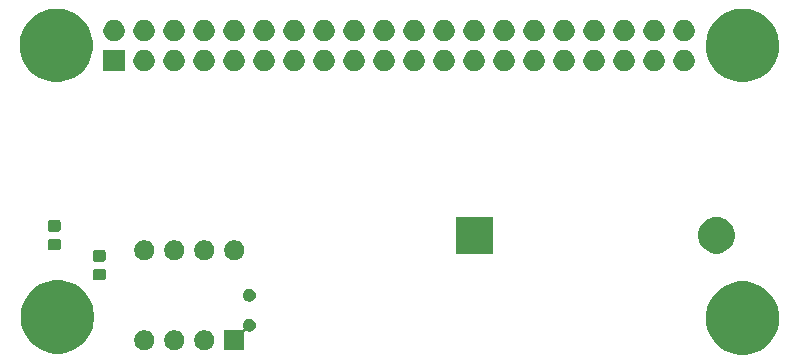
<source format=gbr>
G04 #@! TF.GenerationSoftware,KiCad,Pcbnew,5.1.6-c6e7f7d~87~ubuntu18.04.1*
G04 #@! TF.CreationDate,2020-07-17T19:47:34-05:00*
G04 #@! TF.ProjectId,relojBin,72656c6f-6a42-4696-9e2e-6b696361645f,1.0.8*
G04 #@! TF.SameCoordinates,Original*
G04 #@! TF.FileFunction,Soldermask,Bot*
G04 #@! TF.FilePolarity,Negative*
%FSLAX46Y46*%
G04 Gerber Fmt 4.6, Leading zero omitted, Abs format (unit mm)*
G04 Created by KiCad (PCBNEW 5.1.6-c6e7f7d~87~ubuntu18.04.1) date 2020-07-17 19:47:34*
%MOMM*%
%LPD*%
G01*
G04 APERTURE LIST*
%ADD10C,0.100000*%
G04 APERTURE END LIST*
D10*
G36*
X112204780Y-72559565D02*
G01*
X112504237Y-72619131D01*
X113068401Y-72852815D01*
X113576135Y-73192072D01*
X114007928Y-73623865D01*
X114347185Y-74131599D01*
X114580869Y-74695763D01*
X114580869Y-74695765D01*
X114700000Y-75294675D01*
X114700000Y-75905325D01*
X114673355Y-76039279D01*
X114580869Y-76504237D01*
X114347185Y-77068401D01*
X114007928Y-77576135D01*
X113576135Y-78007928D01*
X113068401Y-78347185D01*
X112504237Y-78580869D01*
X112204780Y-78640434D01*
X111905325Y-78700000D01*
X111294675Y-78700000D01*
X110995220Y-78640434D01*
X110695763Y-78580869D01*
X110131599Y-78347185D01*
X109623865Y-78007928D01*
X109192072Y-77576135D01*
X108852815Y-77068401D01*
X108619131Y-76504237D01*
X108526645Y-76039279D01*
X108500000Y-75905325D01*
X108500000Y-75294675D01*
X108619131Y-74695765D01*
X108619131Y-74695763D01*
X108852815Y-74131599D01*
X109192072Y-73623865D01*
X109623865Y-73192072D01*
X110131599Y-72852815D01*
X110695763Y-72619131D01*
X110995220Y-72559565D01*
X111294675Y-72500000D01*
X111905325Y-72500000D01*
X112204780Y-72559565D01*
G37*
G36*
X54204780Y-72459566D02*
G01*
X54504237Y-72519131D01*
X55068401Y-72752815D01*
X55576135Y-73092072D01*
X56007928Y-73523865D01*
X56347185Y-74031599D01*
X56580869Y-74595763D01*
X56640435Y-74895220D01*
X56700000Y-75194675D01*
X56700000Y-75805325D01*
X56640434Y-76104780D01*
X56580869Y-76404237D01*
X56347185Y-76968401D01*
X56007928Y-77476135D01*
X55576135Y-77907928D01*
X55068401Y-78247185D01*
X54504237Y-78480869D01*
X54204780Y-78540434D01*
X53905325Y-78600000D01*
X53294675Y-78600000D01*
X52995220Y-78540434D01*
X52695763Y-78480869D01*
X52131599Y-78247185D01*
X51623865Y-77907928D01*
X51192072Y-77476135D01*
X50852815Y-76968401D01*
X50619131Y-76404237D01*
X50559566Y-76104780D01*
X50500000Y-75805325D01*
X50500000Y-75194675D01*
X50559565Y-74895220D01*
X50619131Y-74595763D01*
X50852815Y-74031599D01*
X51192072Y-73523865D01*
X51623865Y-73092072D01*
X52131599Y-72752815D01*
X52695763Y-72519131D01*
X52995220Y-72459566D01*
X53294675Y-72400000D01*
X53905325Y-72400000D01*
X54204780Y-72459566D01*
G37*
G36*
X63748228Y-76651703D02*
G01*
X63903100Y-76715853D01*
X64042481Y-76808985D01*
X64161015Y-76927519D01*
X64254147Y-77066900D01*
X64318297Y-77221772D01*
X64351000Y-77386184D01*
X64351000Y-77553816D01*
X64318297Y-77718228D01*
X64254147Y-77873100D01*
X64161015Y-78012481D01*
X64042481Y-78131015D01*
X63903100Y-78224147D01*
X63748228Y-78288297D01*
X63583816Y-78321000D01*
X63416184Y-78321000D01*
X63251772Y-78288297D01*
X63096900Y-78224147D01*
X62957519Y-78131015D01*
X62838985Y-78012481D01*
X62745853Y-77873100D01*
X62681703Y-77718228D01*
X62649000Y-77553816D01*
X62649000Y-77386184D01*
X62681703Y-77221772D01*
X62745853Y-77066900D01*
X62838985Y-76927519D01*
X62957519Y-76808985D01*
X63096900Y-76715853D01*
X63251772Y-76651703D01*
X63416184Y-76619000D01*
X63583816Y-76619000D01*
X63748228Y-76651703D01*
G37*
G36*
X61208228Y-76651703D02*
G01*
X61363100Y-76715853D01*
X61502481Y-76808985D01*
X61621015Y-76927519D01*
X61714147Y-77066900D01*
X61778297Y-77221772D01*
X61811000Y-77386184D01*
X61811000Y-77553816D01*
X61778297Y-77718228D01*
X61714147Y-77873100D01*
X61621015Y-78012481D01*
X61502481Y-78131015D01*
X61363100Y-78224147D01*
X61208228Y-78288297D01*
X61043816Y-78321000D01*
X60876184Y-78321000D01*
X60711772Y-78288297D01*
X60556900Y-78224147D01*
X60417519Y-78131015D01*
X60298985Y-78012481D01*
X60205853Y-77873100D01*
X60141703Y-77718228D01*
X60109000Y-77553816D01*
X60109000Y-77386184D01*
X60141703Y-77221772D01*
X60205853Y-77066900D01*
X60298985Y-76927519D01*
X60417519Y-76808985D01*
X60556900Y-76715853D01*
X60711772Y-76651703D01*
X60876184Y-76619000D01*
X61043816Y-76619000D01*
X61208228Y-76651703D01*
G37*
G36*
X70010721Y-75670174D02*
G01*
X70110995Y-75711709D01*
X70110996Y-75711710D01*
X70201242Y-75772010D01*
X70277990Y-75848758D01*
X70277991Y-75848760D01*
X70338291Y-75939005D01*
X70379826Y-76039279D01*
X70401000Y-76145730D01*
X70401000Y-76254270D01*
X70379826Y-76360721D01*
X70338291Y-76460995D01*
X70338290Y-76460996D01*
X70277990Y-76551242D01*
X70201242Y-76627990D01*
X70165753Y-76651703D01*
X70110995Y-76688291D01*
X70010721Y-76729826D01*
X69904270Y-76751000D01*
X69795730Y-76751000D01*
X69689280Y-76729826D01*
X69603834Y-76694433D01*
X69580385Y-76687320D01*
X69555999Y-76684918D01*
X69531613Y-76687320D01*
X69508164Y-76694433D01*
X69486554Y-76705984D01*
X69467612Y-76721529D01*
X69452066Y-76740471D01*
X69440515Y-76762082D01*
X69433402Y-76785531D01*
X69431000Y-76809917D01*
X69431000Y-78321000D01*
X67729000Y-78321000D01*
X67729000Y-76619000D01*
X69240083Y-76619000D01*
X69264469Y-76616598D01*
X69287918Y-76609485D01*
X69309529Y-76597934D01*
X69328471Y-76582389D01*
X69344016Y-76563447D01*
X69355567Y-76541836D01*
X69362680Y-76518387D01*
X69365082Y-76494001D01*
X69362680Y-76469615D01*
X69355567Y-76446166D01*
X69320174Y-76360720D01*
X69299000Y-76254270D01*
X69299000Y-76145730D01*
X69320174Y-76039279D01*
X69361709Y-75939005D01*
X69422009Y-75848760D01*
X69422010Y-75848758D01*
X69498758Y-75772010D01*
X69589004Y-75711710D01*
X69589005Y-75711709D01*
X69689279Y-75670174D01*
X69795730Y-75649000D01*
X69904270Y-75649000D01*
X70010721Y-75670174D01*
G37*
G36*
X66288228Y-76651703D02*
G01*
X66443100Y-76715853D01*
X66582481Y-76808985D01*
X66701015Y-76927519D01*
X66794147Y-77066900D01*
X66858297Y-77221772D01*
X66891000Y-77386184D01*
X66891000Y-77553816D01*
X66858297Y-77718228D01*
X66794147Y-77873100D01*
X66701015Y-78012481D01*
X66582481Y-78131015D01*
X66443100Y-78224147D01*
X66288228Y-78288297D01*
X66123816Y-78321000D01*
X65956184Y-78321000D01*
X65791772Y-78288297D01*
X65636900Y-78224147D01*
X65497519Y-78131015D01*
X65378985Y-78012481D01*
X65285853Y-77873100D01*
X65221703Y-77718228D01*
X65189000Y-77553816D01*
X65189000Y-77386184D01*
X65221703Y-77221772D01*
X65285853Y-77066900D01*
X65378985Y-76927519D01*
X65497519Y-76808985D01*
X65636900Y-76715853D01*
X65791772Y-76651703D01*
X65956184Y-76619000D01*
X66123816Y-76619000D01*
X66288228Y-76651703D01*
G37*
G36*
X70010721Y-73130174D02*
G01*
X70110995Y-73171709D01*
X70110996Y-73171710D01*
X70201242Y-73232010D01*
X70277990Y-73308758D01*
X70277991Y-73308760D01*
X70338291Y-73399005D01*
X70379826Y-73499279D01*
X70401000Y-73605730D01*
X70401000Y-73714270D01*
X70379826Y-73820721D01*
X70338291Y-73920995D01*
X70338290Y-73920996D01*
X70277990Y-74011242D01*
X70201242Y-74087990D01*
X70155812Y-74118345D01*
X70110995Y-74148291D01*
X70010721Y-74189826D01*
X69904270Y-74211000D01*
X69795730Y-74211000D01*
X69689279Y-74189826D01*
X69589005Y-74148291D01*
X69544188Y-74118345D01*
X69498758Y-74087990D01*
X69422010Y-74011242D01*
X69361710Y-73920996D01*
X69361709Y-73920995D01*
X69320174Y-73820721D01*
X69299000Y-73714270D01*
X69299000Y-73605730D01*
X69320174Y-73499279D01*
X69361709Y-73399005D01*
X69422009Y-73308760D01*
X69422010Y-73308758D01*
X69498758Y-73232010D01*
X69589004Y-73171710D01*
X69589005Y-73171709D01*
X69689279Y-73130174D01*
X69795730Y-73109000D01*
X69904270Y-73109000D01*
X70010721Y-73130174D01*
G37*
G36*
X57529591Y-71423085D02*
G01*
X57563569Y-71433393D01*
X57594890Y-71450134D01*
X57622339Y-71472661D01*
X57644866Y-71500110D01*
X57661607Y-71531431D01*
X57671915Y-71565409D01*
X57676000Y-71606890D01*
X57676000Y-72208110D01*
X57671915Y-72249591D01*
X57661607Y-72283569D01*
X57644866Y-72314890D01*
X57622339Y-72342339D01*
X57594890Y-72364866D01*
X57563569Y-72381607D01*
X57529591Y-72391915D01*
X57488110Y-72396000D01*
X56811890Y-72396000D01*
X56770409Y-72391915D01*
X56736431Y-72381607D01*
X56705110Y-72364866D01*
X56677661Y-72342339D01*
X56655134Y-72314890D01*
X56638393Y-72283569D01*
X56628085Y-72249591D01*
X56624000Y-72208110D01*
X56624000Y-71606890D01*
X56628085Y-71565409D01*
X56638393Y-71531431D01*
X56655134Y-71500110D01*
X56677661Y-71472661D01*
X56705110Y-71450134D01*
X56736431Y-71433393D01*
X56770409Y-71423085D01*
X56811890Y-71419000D01*
X57488110Y-71419000D01*
X57529591Y-71423085D01*
G37*
G36*
X57529591Y-69848085D02*
G01*
X57563569Y-69858393D01*
X57594890Y-69875134D01*
X57622339Y-69897661D01*
X57644866Y-69925110D01*
X57661607Y-69956431D01*
X57671915Y-69990409D01*
X57676000Y-70031890D01*
X57676000Y-70633110D01*
X57671915Y-70674591D01*
X57661607Y-70708569D01*
X57644866Y-70739890D01*
X57622339Y-70767339D01*
X57594890Y-70789866D01*
X57563569Y-70806607D01*
X57529591Y-70816915D01*
X57488110Y-70821000D01*
X56811890Y-70821000D01*
X56770409Y-70816915D01*
X56736431Y-70806607D01*
X56705110Y-70789866D01*
X56677661Y-70767339D01*
X56655134Y-70739890D01*
X56638393Y-70708569D01*
X56628085Y-70674591D01*
X56624000Y-70633110D01*
X56624000Y-70031890D01*
X56628085Y-69990409D01*
X56638393Y-69956431D01*
X56655134Y-69925110D01*
X56677661Y-69897661D01*
X56705110Y-69875134D01*
X56736431Y-69858393D01*
X56770409Y-69848085D01*
X56811890Y-69844000D01*
X57488110Y-69844000D01*
X57529591Y-69848085D01*
G37*
G36*
X66288228Y-69031703D02*
G01*
X66443100Y-69095853D01*
X66582481Y-69188985D01*
X66701015Y-69307519D01*
X66794147Y-69446900D01*
X66858297Y-69601772D01*
X66891000Y-69766184D01*
X66891000Y-69933816D01*
X66858297Y-70098228D01*
X66794147Y-70253100D01*
X66701015Y-70392481D01*
X66582481Y-70511015D01*
X66443100Y-70604147D01*
X66288228Y-70668297D01*
X66123816Y-70701000D01*
X65956184Y-70701000D01*
X65791772Y-70668297D01*
X65636900Y-70604147D01*
X65497519Y-70511015D01*
X65378985Y-70392481D01*
X65285853Y-70253100D01*
X65221703Y-70098228D01*
X65189000Y-69933816D01*
X65189000Y-69766184D01*
X65221703Y-69601772D01*
X65285853Y-69446900D01*
X65378985Y-69307519D01*
X65497519Y-69188985D01*
X65636900Y-69095853D01*
X65791772Y-69031703D01*
X65956184Y-68999000D01*
X66123816Y-68999000D01*
X66288228Y-69031703D01*
G37*
G36*
X68828228Y-69031703D02*
G01*
X68983100Y-69095853D01*
X69122481Y-69188985D01*
X69241015Y-69307519D01*
X69334147Y-69446900D01*
X69398297Y-69601772D01*
X69431000Y-69766184D01*
X69431000Y-69933816D01*
X69398297Y-70098228D01*
X69334147Y-70253100D01*
X69241015Y-70392481D01*
X69122481Y-70511015D01*
X68983100Y-70604147D01*
X68828228Y-70668297D01*
X68663816Y-70701000D01*
X68496184Y-70701000D01*
X68331772Y-70668297D01*
X68176900Y-70604147D01*
X68037519Y-70511015D01*
X67918985Y-70392481D01*
X67825853Y-70253100D01*
X67761703Y-70098228D01*
X67729000Y-69933816D01*
X67729000Y-69766184D01*
X67761703Y-69601772D01*
X67825853Y-69446900D01*
X67918985Y-69307519D01*
X68037519Y-69188985D01*
X68176900Y-69095853D01*
X68331772Y-69031703D01*
X68496184Y-68999000D01*
X68663816Y-68999000D01*
X68828228Y-69031703D01*
G37*
G36*
X61208228Y-69031703D02*
G01*
X61363100Y-69095853D01*
X61502481Y-69188985D01*
X61621015Y-69307519D01*
X61714147Y-69446900D01*
X61778297Y-69601772D01*
X61811000Y-69766184D01*
X61811000Y-69933816D01*
X61778297Y-70098228D01*
X61714147Y-70253100D01*
X61621015Y-70392481D01*
X61502481Y-70511015D01*
X61363100Y-70604147D01*
X61208228Y-70668297D01*
X61043816Y-70701000D01*
X60876184Y-70701000D01*
X60711772Y-70668297D01*
X60556900Y-70604147D01*
X60417519Y-70511015D01*
X60298985Y-70392481D01*
X60205853Y-70253100D01*
X60141703Y-70098228D01*
X60109000Y-69933816D01*
X60109000Y-69766184D01*
X60141703Y-69601772D01*
X60205853Y-69446900D01*
X60298985Y-69307519D01*
X60417519Y-69188985D01*
X60556900Y-69095853D01*
X60711772Y-69031703D01*
X60876184Y-68999000D01*
X61043816Y-68999000D01*
X61208228Y-69031703D01*
G37*
G36*
X63748228Y-69031703D02*
G01*
X63903100Y-69095853D01*
X64042481Y-69188985D01*
X64161015Y-69307519D01*
X64254147Y-69446900D01*
X64318297Y-69601772D01*
X64351000Y-69766184D01*
X64351000Y-69933816D01*
X64318297Y-70098228D01*
X64254147Y-70253100D01*
X64161015Y-70392481D01*
X64042481Y-70511015D01*
X63903100Y-70604147D01*
X63748228Y-70668297D01*
X63583816Y-70701000D01*
X63416184Y-70701000D01*
X63251772Y-70668297D01*
X63096900Y-70604147D01*
X62957519Y-70511015D01*
X62838985Y-70392481D01*
X62745853Y-70253100D01*
X62681703Y-70098228D01*
X62649000Y-69933816D01*
X62649000Y-69766184D01*
X62681703Y-69601772D01*
X62745853Y-69446900D01*
X62838985Y-69307519D01*
X62957519Y-69188985D01*
X63096900Y-69095853D01*
X63251772Y-69031703D01*
X63416184Y-68999000D01*
X63583816Y-68999000D01*
X63748228Y-69031703D01*
G37*
G36*
X109692585Y-67058802D02*
G01*
X109842410Y-67088604D01*
X110124674Y-67205521D01*
X110378705Y-67375259D01*
X110594741Y-67591295D01*
X110764479Y-67845326D01*
X110881396Y-68127590D01*
X110941000Y-68427240D01*
X110941000Y-68732760D01*
X110881396Y-69032410D01*
X110764479Y-69314674D01*
X110594741Y-69568705D01*
X110378705Y-69784741D01*
X110124674Y-69954479D01*
X109842410Y-70071396D01*
X109757679Y-70088250D01*
X109542761Y-70131000D01*
X109237239Y-70131000D01*
X109022321Y-70088250D01*
X108937590Y-70071396D01*
X108655326Y-69954479D01*
X108401295Y-69784741D01*
X108185259Y-69568705D01*
X108015521Y-69314674D01*
X107898604Y-69032410D01*
X107839000Y-68732760D01*
X107839000Y-68427240D01*
X107898604Y-68127590D01*
X108015521Y-67845326D01*
X108185259Y-67591295D01*
X108401295Y-67375259D01*
X108655326Y-67205521D01*
X108937590Y-67088604D01*
X109087415Y-67058802D01*
X109237239Y-67029000D01*
X109542761Y-67029000D01*
X109692585Y-67058802D01*
G37*
G36*
X90451000Y-70131000D02*
G01*
X87349000Y-70131000D01*
X87349000Y-67029000D01*
X90451000Y-67029000D01*
X90451000Y-70131000D01*
G37*
G36*
X53719591Y-68883085D02*
G01*
X53753569Y-68893393D01*
X53784890Y-68910134D01*
X53812339Y-68932661D01*
X53834866Y-68960110D01*
X53851607Y-68991431D01*
X53861915Y-69025409D01*
X53866000Y-69066890D01*
X53866000Y-69668110D01*
X53861915Y-69709591D01*
X53851607Y-69743569D01*
X53834866Y-69774890D01*
X53812339Y-69802339D01*
X53784890Y-69824866D01*
X53753569Y-69841607D01*
X53719591Y-69851915D01*
X53678110Y-69856000D01*
X53001890Y-69856000D01*
X52960409Y-69851915D01*
X52926431Y-69841607D01*
X52895110Y-69824866D01*
X52867661Y-69802339D01*
X52845134Y-69774890D01*
X52828393Y-69743569D01*
X52818085Y-69709591D01*
X52814000Y-69668110D01*
X52814000Y-69066890D01*
X52818085Y-69025409D01*
X52828393Y-68991431D01*
X52845134Y-68960110D01*
X52867661Y-68932661D01*
X52895110Y-68910134D01*
X52926431Y-68893393D01*
X52960409Y-68883085D01*
X53001890Y-68879000D01*
X53678110Y-68879000D01*
X53719591Y-68883085D01*
G37*
G36*
X53719591Y-67308085D02*
G01*
X53753569Y-67318393D01*
X53784890Y-67335134D01*
X53812339Y-67357661D01*
X53834866Y-67385110D01*
X53851607Y-67416431D01*
X53861915Y-67450409D01*
X53866000Y-67491890D01*
X53866000Y-68093110D01*
X53861915Y-68134591D01*
X53851607Y-68168569D01*
X53834866Y-68199890D01*
X53812339Y-68227339D01*
X53784890Y-68249866D01*
X53753569Y-68266607D01*
X53719591Y-68276915D01*
X53678110Y-68281000D01*
X53001890Y-68281000D01*
X52960409Y-68276915D01*
X52926431Y-68266607D01*
X52895110Y-68249866D01*
X52867661Y-68227339D01*
X52845134Y-68199890D01*
X52828393Y-68168569D01*
X52818085Y-68134591D01*
X52814000Y-68093110D01*
X52814000Y-67491890D01*
X52818085Y-67450409D01*
X52828393Y-67416431D01*
X52845134Y-67385110D01*
X52867661Y-67357661D01*
X52895110Y-67335134D01*
X52926431Y-67318393D01*
X52960409Y-67308085D01*
X53001890Y-67304000D01*
X53678110Y-67304000D01*
X53719591Y-67308085D01*
G37*
G36*
X112204780Y-49459566D02*
G01*
X112504237Y-49519131D01*
X113068401Y-49752815D01*
X113576135Y-50092072D01*
X114007928Y-50523865D01*
X114347185Y-51031599D01*
X114580869Y-51595763D01*
X114640434Y-51895220D01*
X114700000Y-52194675D01*
X114700000Y-52805325D01*
X114674479Y-52933625D01*
X114580869Y-53404237D01*
X114347185Y-53968401D01*
X114007928Y-54476135D01*
X113576135Y-54907928D01*
X113068401Y-55247185D01*
X112504237Y-55480869D01*
X112204780Y-55540434D01*
X111905325Y-55600000D01*
X111294675Y-55600000D01*
X110995220Y-55540434D01*
X110695763Y-55480869D01*
X110131599Y-55247185D01*
X109623865Y-54907928D01*
X109192072Y-54476135D01*
X108852815Y-53968401D01*
X108619131Y-53404237D01*
X108525521Y-52933625D01*
X108500000Y-52805325D01*
X108500000Y-52194675D01*
X108559566Y-51895220D01*
X108619131Y-51595763D01*
X108852815Y-51031599D01*
X109192072Y-50523865D01*
X109623865Y-50092072D01*
X110131599Y-49752815D01*
X110695763Y-49519131D01*
X110995220Y-49459566D01*
X111294675Y-49400000D01*
X111905325Y-49400000D01*
X112204780Y-49459566D01*
G37*
G36*
X54104780Y-49459566D02*
G01*
X54404237Y-49519131D01*
X54968401Y-49752815D01*
X55476135Y-50092072D01*
X55907928Y-50523865D01*
X56247185Y-51031599D01*
X56480869Y-51595763D01*
X56540435Y-51895220D01*
X56600000Y-52194675D01*
X56600000Y-52805325D01*
X56574479Y-52933625D01*
X56480869Y-53404237D01*
X56247185Y-53968401D01*
X55907928Y-54476135D01*
X55476135Y-54907928D01*
X54968401Y-55247185D01*
X54404237Y-55480869D01*
X54104780Y-55540434D01*
X53805325Y-55600000D01*
X53194675Y-55600000D01*
X52895220Y-55540434D01*
X52595763Y-55480869D01*
X52031599Y-55247185D01*
X51523865Y-54907928D01*
X51092072Y-54476135D01*
X50752815Y-53968401D01*
X50519131Y-53404237D01*
X50425521Y-52933625D01*
X50400000Y-52805325D01*
X50400000Y-52194675D01*
X50459565Y-51895220D01*
X50519131Y-51595763D01*
X50752815Y-51031599D01*
X51092072Y-50523865D01*
X51523865Y-50092072D01*
X52031599Y-49752815D01*
X52595763Y-49519131D01*
X52895220Y-49459566D01*
X53194675Y-49400000D01*
X53805325Y-49400000D01*
X54104780Y-49459566D01*
G37*
G36*
X104233512Y-52903927D02*
G01*
X104382812Y-52933624D01*
X104546784Y-53001544D01*
X104694354Y-53100147D01*
X104819853Y-53225646D01*
X104918456Y-53373216D01*
X104986376Y-53537188D01*
X105021000Y-53711259D01*
X105021000Y-53888741D01*
X104986376Y-54062812D01*
X104918456Y-54226784D01*
X104819853Y-54374354D01*
X104694354Y-54499853D01*
X104546784Y-54598456D01*
X104382812Y-54666376D01*
X104233512Y-54696073D01*
X104208742Y-54701000D01*
X104031258Y-54701000D01*
X104006488Y-54696073D01*
X103857188Y-54666376D01*
X103693216Y-54598456D01*
X103545646Y-54499853D01*
X103420147Y-54374354D01*
X103321544Y-54226784D01*
X103253624Y-54062812D01*
X103219000Y-53888741D01*
X103219000Y-53711259D01*
X103253624Y-53537188D01*
X103321544Y-53373216D01*
X103420147Y-53225646D01*
X103545646Y-53100147D01*
X103693216Y-53001544D01*
X103857188Y-52933624D01*
X104006488Y-52903927D01*
X104031258Y-52899000D01*
X104208742Y-52899000D01*
X104233512Y-52903927D01*
G37*
G36*
X101693512Y-52903927D02*
G01*
X101842812Y-52933624D01*
X102006784Y-53001544D01*
X102154354Y-53100147D01*
X102279853Y-53225646D01*
X102378456Y-53373216D01*
X102446376Y-53537188D01*
X102481000Y-53711259D01*
X102481000Y-53888741D01*
X102446376Y-54062812D01*
X102378456Y-54226784D01*
X102279853Y-54374354D01*
X102154354Y-54499853D01*
X102006784Y-54598456D01*
X101842812Y-54666376D01*
X101693512Y-54696073D01*
X101668742Y-54701000D01*
X101491258Y-54701000D01*
X101466488Y-54696073D01*
X101317188Y-54666376D01*
X101153216Y-54598456D01*
X101005646Y-54499853D01*
X100880147Y-54374354D01*
X100781544Y-54226784D01*
X100713624Y-54062812D01*
X100679000Y-53888741D01*
X100679000Y-53711259D01*
X100713624Y-53537188D01*
X100781544Y-53373216D01*
X100880147Y-53225646D01*
X101005646Y-53100147D01*
X101153216Y-53001544D01*
X101317188Y-52933624D01*
X101466488Y-52903927D01*
X101491258Y-52899000D01*
X101668742Y-52899000D01*
X101693512Y-52903927D01*
G37*
G36*
X99153512Y-52903927D02*
G01*
X99302812Y-52933624D01*
X99466784Y-53001544D01*
X99614354Y-53100147D01*
X99739853Y-53225646D01*
X99838456Y-53373216D01*
X99906376Y-53537188D01*
X99941000Y-53711259D01*
X99941000Y-53888741D01*
X99906376Y-54062812D01*
X99838456Y-54226784D01*
X99739853Y-54374354D01*
X99614354Y-54499853D01*
X99466784Y-54598456D01*
X99302812Y-54666376D01*
X99153512Y-54696073D01*
X99128742Y-54701000D01*
X98951258Y-54701000D01*
X98926488Y-54696073D01*
X98777188Y-54666376D01*
X98613216Y-54598456D01*
X98465646Y-54499853D01*
X98340147Y-54374354D01*
X98241544Y-54226784D01*
X98173624Y-54062812D01*
X98139000Y-53888741D01*
X98139000Y-53711259D01*
X98173624Y-53537188D01*
X98241544Y-53373216D01*
X98340147Y-53225646D01*
X98465646Y-53100147D01*
X98613216Y-53001544D01*
X98777188Y-52933624D01*
X98926488Y-52903927D01*
X98951258Y-52899000D01*
X99128742Y-52899000D01*
X99153512Y-52903927D01*
G37*
G36*
X96613512Y-52903927D02*
G01*
X96762812Y-52933624D01*
X96926784Y-53001544D01*
X97074354Y-53100147D01*
X97199853Y-53225646D01*
X97298456Y-53373216D01*
X97366376Y-53537188D01*
X97401000Y-53711259D01*
X97401000Y-53888741D01*
X97366376Y-54062812D01*
X97298456Y-54226784D01*
X97199853Y-54374354D01*
X97074354Y-54499853D01*
X96926784Y-54598456D01*
X96762812Y-54666376D01*
X96613512Y-54696073D01*
X96588742Y-54701000D01*
X96411258Y-54701000D01*
X96386488Y-54696073D01*
X96237188Y-54666376D01*
X96073216Y-54598456D01*
X95925646Y-54499853D01*
X95800147Y-54374354D01*
X95701544Y-54226784D01*
X95633624Y-54062812D01*
X95599000Y-53888741D01*
X95599000Y-53711259D01*
X95633624Y-53537188D01*
X95701544Y-53373216D01*
X95800147Y-53225646D01*
X95925646Y-53100147D01*
X96073216Y-53001544D01*
X96237188Y-52933624D01*
X96386488Y-52903927D01*
X96411258Y-52899000D01*
X96588742Y-52899000D01*
X96613512Y-52903927D01*
G37*
G36*
X94073512Y-52903927D02*
G01*
X94222812Y-52933624D01*
X94386784Y-53001544D01*
X94534354Y-53100147D01*
X94659853Y-53225646D01*
X94758456Y-53373216D01*
X94826376Y-53537188D01*
X94861000Y-53711259D01*
X94861000Y-53888741D01*
X94826376Y-54062812D01*
X94758456Y-54226784D01*
X94659853Y-54374354D01*
X94534354Y-54499853D01*
X94386784Y-54598456D01*
X94222812Y-54666376D01*
X94073512Y-54696073D01*
X94048742Y-54701000D01*
X93871258Y-54701000D01*
X93846488Y-54696073D01*
X93697188Y-54666376D01*
X93533216Y-54598456D01*
X93385646Y-54499853D01*
X93260147Y-54374354D01*
X93161544Y-54226784D01*
X93093624Y-54062812D01*
X93059000Y-53888741D01*
X93059000Y-53711259D01*
X93093624Y-53537188D01*
X93161544Y-53373216D01*
X93260147Y-53225646D01*
X93385646Y-53100147D01*
X93533216Y-53001544D01*
X93697188Y-52933624D01*
X93846488Y-52903927D01*
X93871258Y-52899000D01*
X94048742Y-52899000D01*
X94073512Y-52903927D01*
G37*
G36*
X91533512Y-52903927D02*
G01*
X91682812Y-52933624D01*
X91846784Y-53001544D01*
X91994354Y-53100147D01*
X92119853Y-53225646D01*
X92218456Y-53373216D01*
X92286376Y-53537188D01*
X92321000Y-53711259D01*
X92321000Y-53888741D01*
X92286376Y-54062812D01*
X92218456Y-54226784D01*
X92119853Y-54374354D01*
X91994354Y-54499853D01*
X91846784Y-54598456D01*
X91682812Y-54666376D01*
X91533512Y-54696073D01*
X91508742Y-54701000D01*
X91331258Y-54701000D01*
X91306488Y-54696073D01*
X91157188Y-54666376D01*
X90993216Y-54598456D01*
X90845646Y-54499853D01*
X90720147Y-54374354D01*
X90621544Y-54226784D01*
X90553624Y-54062812D01*
X90519000Y-53888741D01*
X90519000Y-53711259D01*
X90553624Y-53537188D01*
X90621544Y-53373216D01*
X90720147Y-53225646D01*
X90845646Y-53100147D01*
X90993216Y-53001544D01*
X91157188Y-52933624D01*
X91306488Y-52903927D01*
X91331258Y-52899000D01*
X91508742Y-52899000D01*
X91533512Y-52903927D01*
G37*
G36*
X88993512Y-52903927D02*
G01*
X89142812Y-52933624D01*
X89306784Y-53001544D01*
X89454354Y-53100147D01*
X89579853Y-53225646D01*
X89678456Y-53373216D01*
X89746376Y-53537188D01*
X89781000Y-53711259D01*
X89781000Y-53888741D01*
X89746376Y-54062812D01*
X89678456Y-54226784D01*
X89579853Y-54374354D01*
X89454354Y-54499853D01*
X89306784Y-54598456D01*
X89142812Y-54666376D01*
X88993512Y-54696073D01*
X88968742Y-54701000D01*
X88791258Y-54701000D01*
X88766488Y-54696073D01*
X88617188Y-54666376D01*
X88453216Y-54598456D01*
X88305646Y-54499853D01*
X88180147Y-54374354D01*
X88081544Y-54226784D01*
X88013624Y-54062812D01*
X87979000Y-53888741D01*
X87979000Y-53711259D01*
X88013624Y-53537188D01*
X88081544Y-53373216D01*
X88180147Y-53225646D01*
X88305646Y-53100147D01*
X88453216Y-53001544D01*
X88617188Y-52933624D01*
X88766488Y-52903927D01*
X88791258Y-52899000D01*
X88968742Y-52899000D01*
X88993512Y-52903927D01*
G37*
G36*
X86453512Y-52903927D02*
G01*
X86602812Y-52933624D01*
X86766784Y-53001544D01*
X86914354Y-53100147D01*
X87039853Y-53225646D01*
X87138456Y-53373216D01*
X87206376Y-53537188D01*
X87241000Y-53711259D01*
X87241000Y-53888741D01*
X87206376Y-54062812D01*
X87138456Y-54226784D01*
X87039853Y-54374354D01*
X86914354Y-54499853D01*
X86766784Y-54598456D01*
X86602812Y-54666376D01*
X86453512Y-54696073D01*
X86428742Y-54701000D01*
X86251258Y-54701000D01*
X86226488Y-54696073D01*
X86077188Y-54666376D01*
X85913216Y-54598456D01*
X85765646Y-54499853D01*
X85640147Y-54374354D01*
X85541544Y-54226784D01*
X85473624Y-54062812D01*
X85439000Y-53888741D01*
X85439000Y-53711259D01*
X85473624Y-53537188D01*
X85541544Y-53373216D01*
X85640147Y-53225646D01*
X85765646Y-53100147D01*
X85913216Y-53001544D01*
X86077188Y-52933624D01*
X86226488Y-52903927D01*
X86251258Y-52899000D01*
X86428742Y-52899000D01*
X86453512Y-52903927D01*
G37*
G36*
X83913512Y-52903927D02*
G01*
X84062812Y-52933624D01*
X84226784Y-53001544D01*
X84374354Y-53100147D01*
X84499853Y-53225646D01*
X84598456Y-53373216D01*
X84666376Y-53537188D01*
X84701000Y-53711259D01*
X84701000Y-53888741D01*
X84666376Y-54062812D01*
X84598456Y-54226784D01*
X84499853Y-54374354D01*
X84374354Y-54499853D01*
X84226784Y-54598456D01*
X84062812Y-54666376D01*
X83913512Y-54696073D01*
X83888742Y-54701000D01*
X83711258Y-54701000D01*
X83686488Y-54696073D01*
X83537188Y-54666376D01*
X83373216Y-54598456D01*
X83225646Y-54499853D01*
X83100147Y-54374354D01*
X83001544Y-54226784D01*
X82933624Y-54062812D01*
X82899000Y-53888741D01*
X82899000Y-53711259D01*
X82933624Y-53537188D01*
X83001544Y-53373216D01*
X83100147Y-53225646D01*
X83225646Y-53100147D01*
X83373216Y-53001544D01*
X83537188Y-52933624D01*
X83686488Y-52903927D01*
X83711258Y-52899000D01*
X83888742Y-52899000D01*
X83913512Y-52903927D01*
G37*
G36*
X106773512Y-52903927D02*
G01*
X106922812Y-52933624D01*
X107086784Y-53001544D01*
X107234354Y-53100147D01*
X107359853Y-53225646D01*
X107458456Y-53373216D01*
X107526376Y-53537188D01*
X107561000Y-53711259D01*
X107561000Y-53888741D01*
X107526376Y-54062812D01*
X107458456Y-54226784D01*
X107359853Y-54374354D01*
X107234354Y-54499853D01*
X107086784Y-54598456D01*
X106922812Y-54666376D01*
X106773512Y-54696073D01*
X106748742Y-54701000D01*
X106571258Y-54701000D01*
X106546488Y-54696073D01*
X106397188Y-54666376D01*
X106233216Y-54598456D01*
X106085646Y-54499853D01*
X105960147Y-54374354D01*
X105861544Y-54226784D01*
X105793624Y-54062812D01*
X105759000Y-53888741D01*
X105759000Y-53711259D01*
X105793624Y-53537188D01*
X105861544Y-53373216D01*
X105960147Y-53225646D01*
X106085646Y-53100147D01*
X106233216Y-53001544D01*
X106397188Y-52933624D01*
X106546488Y-52903927D01*
X106571258Y-52899000D01*
X106748742Y-52899000D01*
X106773512Y-52903927D01*
G37*
G36*
X76293512Y-52903927D02*
G01*
X76442812Y-52933624D01*
X76606784Y-53001544D01*
X76754354Y-53100147D01*
X76879853Y-53225646D01*
X76978456Y-53373216D01*
X77046376Y-53537188D01*
X77081000Y-53711259D01*
X77081000Y-53888741D01*
X77046376Y-54062812D01*
X76978456Y-54226784D01*
X76879853Y-54374354D01*
X76754354Y-54499853D01*
X76606784Y-54598456D01*
X76442812Y-54666376D01*
X76293512Y-54696073D01*
X76268742Y-54701000D01*
X76091258Y-54701000D01*
X76066488Y-54696073D01*
X75917188Y-54666376D01*
X75753216Y-54598456D01*
X75605646Y-54499853D01*
X75480147Y-54374354D01*
X75381544Y-54226784D01*
X75313624Y-54062812D01*
X75279000Y-53888741D01*
X75279000Y-53711259D01*
X75313624Y-53537188D01*
X75381544Y-53373216D01*
X75480147Y-53225646D01*
X75605646Y-53100147D01*
X75753216Y-53001544D01*
X75917188Y-52933624D01*
X76066488Y-52903927D01*
X76091258Y-52899000D01*
X76268742Y-52899000D01*
X76293512Y-52903927D01*
G37*
G36*
X78833512Y-52903927D02*
G01*
X78982812Y-52933624D01*
X79146784Y-53001544D01*
X79294354Y-53100147D01*
X79419853Y-53225646D01*
X79518456Y-53373216D01*
X79586376Y-53537188D01*
X79621000Y-53711259D01*
X79621000Y-53888741D01*
X79586376Y-54062812D01*
X79518456Y-54226784D01*
X79419853Y-54374354D01*
X79294354Y-54499853D01*
X79146784Y-54598456D01*
X78982812Y-54666376D01*
X78833512Y-54696073D01*
X78808742Y-54701000D01*
X78631258Y-54701000D01*
X78606488Y-54696073D01*
X78457188Y-54666376D01*
X78293216Y-54598456D01*
X78145646Y-54499853D01*
X78020147Y-54374354D01*
X77921544Y-54226784D01*
X77853624Y-54062812D01*
X77819000Y-53888741D01*
X77819000Y-53711259D01*
X77853624Y-53537188D01*
X77921544Y-53373216D01*
X78020147Y-53225646D01*
X78145646Y-53100147D01*
X78293216Y-53001544D01*
X78457188Y-52933624D01*
X78606488Y-52903927D01*
X78631258Y-52899000D01*
X78808742Y-52899000D01*
X78833512Y-52903927D01*
G37*
G36*
X81373512Y-52903927D02*
G01*
X81522812Y-52933624D01*
X81686784Y-53001544D01*
X81834354Y-53100147D01*
X81959853Y-53225646D01*
X82058456Y-53373216D01*
X82126376Y-53537188D01*
X82161000Y-53711259D01*
X82161000Y-53888741D01*
X82126376Y-54062812D01*
X82058456Y-54226784D01*
X81959853Y-54374354D01*
X81834354Y-54499853D01*
X81686784Y-54598456D01*
X81522812Y-54666376D01*
X81373512Y-54696073D01*
X81348742Y-54701000D01*
X81171258Y-54701000D01*
X81146488Y-54696073D01*
X80997188Y-54666376D01*
X80833216Y-54598456D01*
X80685646Y-54499853D01*
X80560147Y-54374354D01*
X80461544Y-54226784D01*
X80393624Y-54062812D01*
X80359000Y-53888741D01*
X80359000Y-53711259D01*
X80393624Y-53537188D01*
X80461544Y-53373216D01*
X80560147Y-53225646D01*
X80685646Y-53100147D01*
X80833216Y-53001544D01*
X80997188Y-52933624D01*
X81146488Y-52903927D01*
X81171258Y-52899000D01*
X81348742Y-52899000D01*
X81373512Y-52903927D01*
G37*
G36*
X59301000Y-54701000D02*
G01*
X57499000Y-54701000D01*
X57499000Y-52899000D01*
X59301000Y-52899000D01*
X59301000Y-54701000D01*
G37*
G36*
X61053512Y-52903927D02*
G01*
X61202812Y-52933624D01*
X61366784Y-53001544D01*
X61514354Y-53100147D01*
X61639853Y-53225646D01*
X61738456Y-53373216D01*
X61806376Y-53537188D01*
X61841000Y-53711259D01*
X61841000Y-53888741D01*
X61806376Y-54062812D01*
X61738456Y-54226784D01*
X61639853Y-54374354D01*
X61514354Y-54499853D01*
X61366784Y-54598456D01*
X61202812Y-54666376D01*
X61053512Y-54696073D01*
X61028742Y-54701000D01*
X60851258Y-54701000D01*
X60826488Y-54696073D01*
X60677188Y-54666376D01*
X60513216Y-54598456D01*
X60365646Y-54499853D01*
X60240147Y-54374354D01*
X60141544Y-54226784D01*
X60073624Y-54062812D01*
X60039000Y-53888741D01*
X60039000Y-53711259D01*
X60073624Y-53537188D01*
X60141544Y-53373216D01*
X60240147Y-53225646D01*
X60365646Y-53100147D01*
X60513216Y-53001544D01*
X60677188Y-52933624D01*
X60826488Y-52903927D01*
X60851258Y-52899000D01*
X61028742Y-52899000D01*
X61053512Y-52903927D01*
G37*
G36*
X63593512Y-52903927D02*
G01*
X63742812Y-52933624D01*
X63906784Y-53001544D01*
X64054354Y-53100147D01*
X64179853Y-53225646D01*
X64278456Y-53373216D01*
X64346376Y-53537188D01*
X64381000Y-53711259D01*
X64381000Y-53888741D01*
X64346376Y-54062812D01*
X64278456Y-54226784D01*
X64179853Y-54374354D01*
X64054354Y-54499853D01*
X63906784Y-54598456D01*
X63742812Y-54666376D01*
X63593512Y-54696073D01*
X63568742Y-54701000D01*
X63391258Y-54701000D01*
X63366488Y-54696073D01*
X63217188Y-54666376D01*
X63053216Y-54598456D01*
X62905646Y-54499853D01*
X62780147Y-54374354D01*
X62681544Y-54226784D01*
X62613624Y-54062812D01*
X62579000Y-53888741D01*
X62579000Y-53711259D01*
X62613624Y-53537188D01*
X62681544Y-53373216D01*
X62780147Y-53225646D01*
X62905646Y-53100147D01*
X63053216Y-53001544D01*
X63217188Y-52933624D01*
X63366488Y-52903927D01*
X63391258Y-52899000D01*
X63568742Y-52899000D01*
X63593512Y-52903927D01*
G37*
G36*
X66133512Y-52903927D02*
G01*
X66282812Y-52933624D01*
X66446784Y-53001544D01*
X66594354Y-53100147D01*
X66719853Y-53225646D01*
X66818456Y-53373216D01*
X66886376Y-53537188D01*
X66921000Y-53711259D01*
X66921000Y-53888741D01*
X66886376Y-54062812D01*
X66818456Y-54226784D01*
X66719853Y-54374354D01*
X66594354Y-54499853D01*
X66446784Y-54598456D01*
X66282812Y-54666376D01*
X66133512Y-54696073D01*
X66108742Y-54701000D01*
X65931258Y-54701000D01*
X65906488Y-54696073D01*
X65757188Y-54666376D01*
X65593216Y-54598456D01*
X65445646Y-54499853D01*
X65320147Y-54374354D01*
X65221544Y-54226784D01*
X65153624Y-54062812D01*
X65119000Y-53888741D01*
X65119000Y-53711259D01*
X65153624Y-53537188D01*
X65221544Y-53373216D01*
X65320147Y-53225646D01*
X65445646Y-53100147D01*
X65593216Y-53001544D01*
X65757188Y-52933624D01*
X65906488Y-52903927D01*
X65931258Y-52899000D01*
X66108742Y-52899000D01*
X66133512Y-52903927D01*
G37*
G36*
X68673512Y-52903927D02*
G01*
X68822812Y-52933624D01*
X68986784Y-53001544D01*
X69134354Y-53100147D01*
X69259853Y-53225646D01*
X69358456Y-53373216D01*
X69426376Y-53537188D01*
X69461000Y-53711259D01*
X69461000Y-53888741D01*
X69426376Y-54062812D01*
X69358456Y-54226784D01*
X69259853Y-54374354D01*
X69134354Y-54499853D01*
X68986784Y-54598456D01*
X68822812Y-54666376D01*
X68673512Y-54696073D01*
X68648742Y-54701000D01*
X68471258Y-54701000D01*
X68446488Y-54696073D01*
X68297188Y-54666376D01*
X68133216Y-54598456D01*
X67985646Y-54499853D01*
X67860147Y-54374354D01*
X67761544Y-54226784D01*
X67693624Y-54062812D01*
X67659000Y-53888741D01*
X67659000Y-53711259D01*
X67693624Y-53537188D01*
X67761544Y-53373216D01*
X67860147Y-53225646D01*
X67985646Y-53100147D01*
X68133216Y-53001544D01*
X68297188Y-52933624D01*
X68446488Y-52903927D01*
X68471258Y-52899000D01*
X68648742Y-52899000D01*
X68673512Y-52903927D01*
G37*
G36*
X71213512Y-52903927D02*
G01*
X71362812Y-52933624D01*
X71526784Y-53001544D01*
X71674354Y-53100147D01*
X71799853Y-53225646D01*
X71898456Y-53373216D01*
X71966376Y-53537188D01*
X72001000Y-53711259D01*
X72001000Y-53888741D01*
X71966376Y-54062812D01*
X71898456Y-54226784D01*
X71799853Y-54374354D01*
X71674354Y-54499853D01*
X71526784Y-54598456D01*
X71362812Y-54666376D01*
X71213512Y-54696073D01*
X71188742Y-54701000D01*
X71011258Y-54701000D01*
X70986488Y-54696073D01*
X70837188Y-54666376D01*
X70673216Y-54598456D01*
X70525646Y-54499853D01*
X70400147Y-54374354D01*
X70301544Y-54226784D01*
X70233624Y-54062812D01*
X70199000Y-53888741D01*
X70199000Y-53711259D01*
X70233624Y-53537188D01*
X70301544Y-53373216D01*
X70400147Y-53225646D01*
X70525646Y-53100147D01*
X70673216Y-53001544D01*
X70837188Y-52933624D01*
X70986488Y-52903927D01*
X71011258Y-52899000D01*
X71188742Y-52899000D01*
X71213512Y-52903927D01*
G37*
G36*
X73753512Y-52903927D02*
G01*
X73902812Y-52933624D01*
X74066784Y-53001544D01*
X74214354Y-53100147D01*
X74339853Y-53225646D01*
X74438456Y-53373216D01*
X74506376Y-53537188D01*
X74541000Y-53711259D01*
X74541000Y-53888741D01*
X74506376Y-54062812D01*
X74438456Y-54226784D01*
X74339853Y-54374354D01*
X74214354Y-54499853D01*
X74066784Y-54598456D01*
X73902812Y-54666376D01*
X73753512Y-54696073D01*
X73728742Y-54701000D01*
X73551258Y-54701000D01*
X73526488Y-54696073D01*
X73377188Y-54666376D01*
X73213216Y-54598456D01*
X73065646Y-54499853D01*
X72940147Y-54374354D01*
X72841544Y-54226784D01*
X72773624Y-54062812D01*
X72739000Y-53888741D01*
X72739000Y-53711259D01*
X72773624Y-53537188D01*
X72841544Y-53373216D01*
X72940147Y-53225646D01*
X73065646Y-53100147D01*
X73213216Y-53001544D01*
X73377188Y-52933624D01*
X73526488Y-52903927D01*
X73551258Y-52899000D01*
X73728742Y-52899000D01*
X73753512Y-52903927D01*
G37*
G36*
X106773512Y-50363927D02*
G01*
X106922812Y-50393624D01*
X107086784Y-50461544D01*
X107234354Y-50560147D01*
X107359853Y-50685646D01*
X107458456Y-50833216D01*
X107526376Y-50997188D01*
X107561000Y-51171259D01*
X107561000Y-51348741D01*
X107526376Y-51522812D01*
X107458456Y-51686784D01*
X107359853Y-51834354D01*
X107234354Y-51959853D01*
X107086784Y-52058456D01*
X106922812Y-52126376D01*
X106773512Y-52156073D01*
X106748742Y-52161000D01*
X106571258Y-52161000D01*
X106546488Y-52156073D01*
X106397188Y-52126376D01*
X106233216Y-52058456D01*
X106085646Y-51959853D01*
X105960147Y-51834354D01*
X105861544Y-51686784D01*
X105793624Y-51522812D01*
X105759000Y-51348741D01*
X105759000Y-51171259D01*
X105793624Y-50997188D01*
X105861544Y-50833216D01*
X105960147Y-50685646D01*
X106085646Y-50560147D01*
X106233216Y-50461544D01*
X106397188Y-50393624D01*
X106546488Y-50363927D01*
X106571258Y-50359000D01*
X106748742Y-50359000D01*
X106773512Y-50363927D01*
G37*
G36*
X104233512Y-50363927D02*
G01*
X104382812Y-50393624D01*
X104546784Y-50461544D01*
X104694354Y-50560147D01*
X104819853Y-50685646D01*
X104918456Y-50833216D01*
X104986376Y-50997188D01*
X105021000Y-51171259D01*
X105021000Y-51348741D01*
X104986376Y-51522812D01*
X104918456Y-51686784D01*
X104819853Y-51834354D01*
X104694354Y-51959853D01*
X104546784Y-52058456D01*
X104382812Y-52126376D01*
X104233512Y-52156073D01*
X104208742Y-52161000D01*
X104031258Y-52161000D01*
X104006488Y-52156073D01*
X103857188Y-52126376D01*
X103693216Y-52058456D01*
X103545646Y-51959853D01*
X103420147Y-51834354D01*
X103321544Y-51686784D01*
X103253624Y-51522812D01*
X103219000Y-51348741D01*
X103219000Y-51171259D01*
X103253624Y-50997188D01*
X103321544Y-50833216D01*
X103420147Y-50685646D01*
X103545646Y-50560147D01*
X103693216Y-50461544D01*
X103857188Y-50393624D01*
X104006488Y-50363927D01*
X104031258Y-50359000D01*
X104208742Y-50359000D01*
X104233512Y-50363927D01*
G37*
G36*
X101693512Y-50363927D02*
G01*
X101842812Y-50393624D01*
X102006784Y-50461544D01*
X102154354Y-50560147D01*
X102279853Y-50685646D01*
X102378456Y-50833216D01*
X102446376Y-50997188D01*
X102481000Y-51171259D01*
X102481000Y-51348741D01*
X102446376Y-51522812D01*
X102378456Y-51686784D01*
X102279853Y-51834354D01*
X102154354Y-51959853D01*
X102006784Y-52058456D01*
X101842812Y-52126376D01*
X101693512Y-52156073D01*
X101668742Y-52161000D01*
X101491258Y-52161000D01*
X101466488Y-52156073D01*
X101317188Y-52126376D01*
X101153216Y-52058456D01*
X101005646Y-51959853D01*
X100880147Y-51834354D01*
X100781544Y-51686784D01*
X100713624Y-51522812D01*
X100679000Y-51348741D01*
X100679000Y-51171259D01*
X100713624Y-50997188D01*
X100781544Y-50833216D01*
X100880147Y-50685646D01*
X101005646Y-50560147D01*
X101153216Y-50461544D01*
X101317188Y-50393624D01*
X101466488Y-50363927D01*
X101491258Y-50359000D01*
X101668742Y-50359000D01*
X101693512Y-50363927D01*
G37*
G36*
X99153512Y-50363927D02*
G01*
X99302812Y-50393624D01*
X99466784Y-50461544D01*
X99614354Y-50560147D01*
X99739853Y-50685646D01*
X99838456Y-50833216D01*
X99906376Y-50997188D01*
X99941000Y-51171259D01*
X99941000Y-51348741D01*
X99906376Y-51522812D01*
X99838456Y-51686784D01*
X99739853Y-51834354D01*
X99614354Y-51959853D01*
X99466784Y-52058456D01*
X99302812Y-52126376D01*
X99153512Y-52156073D01*
X99128742Y-52161000D01*
X98951258Y-52161000D01*
X98926488Y-52156073D01*
X98777188Y-52126376D01*
X98613216Y-52058456D01*
X98465646Y-51959853D01*
X98340147Y-51834354D01*
X98241544Y-51686784D01*
X98173624Y-51522812D01*
X98139000Y-51348741D01*
X98139000Y-51171259D01*
X98173624Y-50997188D01*
X98241544Y-50833216D01*
X98340147Y-50685646D01*
X98465646Y-50560147D01*
X98613216Y-50461544D01*
X98777188Y-50393624D01*
X98926488Y-50363927D01*
X98951258Y-50359000D01*
X99128742Y-50359000D01*
X99153512Y-50363927D01*
G37*
G36*
X96613512Y-50363927D02*
G01*
X96762812Y-50393624D01*
X96926784Y-50461544D01*
X97074354Y-50560147D01*
X97199853Y-50685646D01*
X97298456Y-50833216D01*
X97366376Y-50997188D01*
X97401000Y-51171259D01*
X97401000Y-51348741D01*
X97366376Y-51522812D01*
X97298456Y-51686784D01*
X97199853Y-51834354D01*
X97074354Y-51959853D01*
X96926784Y-52058456D01*
X96762812Y-52126376D01*
X96613512Y-52156073D01*
X96588742Y-52161000D01*
X96411258Y-52161000D01*
X96386488Y-52156073D01*
X96237188Y-52126376D01*
X96073216Y-52058456D01*
X95925646Y-51959853D01*
X95800147Y-51834354D01*
X95701544Y-51686784D01*
X95633624Y-51522812D01*
X95599000Y-51348741D01*
X95599000Y-51171259D01*
X95633624Y-50997188D01*
X95701544Y-50833216D01*
X95800147Y-50685646D01*
X95925646Y-50560147D01*
X96073216Y-50461544D01*
X96237188Y-50393624D01*
X96386488Y-50363927D01*
X96411258Y-50359000D01*
X96588742Y-50359000D01*
X96613512Y-50363927D01*
G37*
G36*
X91533512Y-50363927D02*
G01*
X91682812Y-50393624D01*
X91846784Y-50461544D01*
X91994354Y-50560147D01*
X92119853Y-50685646D01*
X92218456Y-50833216D01*
X92286376Y-50997188D01*
X92321000Y-51171259D01*
X92321000Y-51348741D01*
X92286376Y-51522812D01*
X92218456Y-51686784D01*
X92119853Y-51834354D01*
X91994354Y-51959853D01*
X91846784Y-52058456D01*
X91682812Y-52126376D01*
X91533512Y-52156073D01*
X91508742Y-52161000D01*
X91331258Y-52161000D01*
X91306488Y-52156073D01*
X91157188Y-52126376D01*
X90993216Y-52058456D01*
X90845646Y-51959853D01*
X90720147Y-51834354D01*
X90621544Y-51686784D01*
X90553624Y-51522812D01*
X90519000Y-51348741D01*
X90519000Y-51171259D01*
X90553624Y-50997188D01*
X90621544Y-50833216D01*
X90720147Y-50685646D01*
X90845646Y-50560147D01*
X90993216Y-50461544D01*
X91157188Y-50393624D01*
X91306488Y-50363927D01*
X91331258Y-50359000D01*
X91508742Y-50359000D01*
X91533512Y-50363927D01*
G37*
G36*
X73753512Y-50363927D02*
G01*
X73902812Y-50393624D01*
X74066784Y-50461544D01*
X74214354Y-50560147D01*
X74339853Y-50685646D01*
X74438456Y-50833216D01*
X74506376Y-50997188D01*
X74541000Y-51171259D01*
X74541000Y-51348741D01*
X74506376Y-51522812D01*
X74438456Y-51686784D01*
X74339853Y-51834354D01*
X74214354Y-51959853D01*
X74066784Y-52058456D01*
X73902812Y-52126376D01*
X73753512Y-52156073D01*
X73728742Y-52161000D01*
X73551258Y-52161000D01*
X73526488Y-52156073D01*
X73377188Y-52126376D01*
X73213216Y-52058456D01*
X73065646Y-51959853D01*
X72940147Y-51834354D01*
X72841544Y-51686784D01*
X72773624Y-51522812D01*
X72739000Y-51348741D01*
X72739000Y-51171259D01*
X72773624Y-50997188D01*
X72841544Y-50833216D01*
X72940147Y-50685646D01*
X73065646Y-50560147D01*
X73213216Y-50461544D01*
X73377188Y-50393624D01*
X73526488Y-50363927D01*
X73551258Y-50359000D01*
X73728742Y-50359000D01*
X73753512Y-50363927D01*
G37*
G36*
X71213512Y-50363927D02*
G01*
X71362812Y-50393624D01*
X71526784Y-50461544D01*
X71674354Y-50560147D01*
X71799853Y-50685646D01*
X71898456Y-50833216D01*
X71966376Y-50997188D01*
X72001000Y-51171259D01*
X72001000Y-51348741D01*
X71966376Y-51522812D01*
X71898456Y-51686784D01*
X71799853Y-51834354D01*
X71674354Y-51959853D01*
X71526784Y-52058456D01*
X71362812Y-52126376D01*
X71213512Y-52156073D01*
X71188742Y-52161000D01*
X71011258Y-52161000D01*
X70986488Y-52156073D01*
X70837188Y-52126376D01*
X70673216Y-52058456D01*
X70525646Y-51959853D01*
X70400147Y-51834354D01*
X70301544Y-51686784D01*
X70233624Y-51522812D01*
X70199000Y-51348741D01*
X70199000Y-51171259D01*
X70233624Y-50997188D01*
X70301544Y-50833216D01*
X70400147Y-50685646D01*
X70525646Y-50560147D01*
X70673216Y-50461544D01*
X70837188Y-50393624D01*
X70986488Y-50363927D01*
X71011258Y-50359000D01*
X71188742Y-50359000D01*
X71213512Y-50363927D01*
G37*
G36*
X76293512Y-50363927D02*
G01*
X76442812Y-50393624D01*
X76606784Y-50461544D01*
X76754354Y-50560147D01*
X76879853Y-50685646D01*
X76978456Y-50833216D01*
X77046376Y-50997188D01*
X77081000Y-51171259D01*
X77081000Y-51348741D01*
X77046376Y-51522812D01*
X76978456Y-51686784D01*
X76879853Y-51834354D01*
X76754354Y-51959853D01*
X76606784Y-52058456D01*
X76442812Y-52126376D01*
X76293512Y-52156073D01*
X76268742Y-52161000D01*
X76091258Y-52161000D01*
X76066488Y-52156073D01*
X75917188Y-52126376D01*
X75753216Y-52058456D01*
X75605646Y-51959853D01*
X75480147Y-51834354D01*
X75381544Y-51686784D01*
X75313624Y-51522812D01*
X75279000Y-51348741D01*
X75279000Y-51171259D01*
X75313624Y-50997188D01*
X75381544Y-50833216D01*
X75480147Y-50685646D01*
X75605646Y-50560147D01*
X75753216Y-50461544D01*
X75917188Y-50393624D01*
X76066488Y-50363927D01*
X76091258Y-50359000D01*
X76268742Y-50359000D01*
X76293512Y-50363927D01*
G37*
G36*
X94073512Y-50363927D02*
G01*
X94222812Y-50393624D01*
X94386784Y-50461544D01*
X94534354Y-50560147D01*
X94659853Y-50685646D01*
X94758456Y-50833216D01*
X94826376Y-50997188D01*
X94861000Y-51171259D01*
X94861000Y-51348741D01*
X94826376Y-51522812D01*
X94758456Y-51686784D01*
X94659853Y-51834354D01*
X94534354Y-51959853D01*
X94386784Y-52058456D01*
X94222812Y-52126376D01*
X94073512Y-52156073D01*
X94048742Y-52161000D01*
X93871258Y-52161000D01*
X93846488Y-52156073D01*
X93697188Y-52126376D01*
X93533216Y-52058456D01*
X93385646Y-51959853D01*
X93260147Y-51834354D01*
X93161544Y-51686784D01*
X93093624Y-51522812D01*
X93059000Y-51348741D01*
X93059000Y-51171259D01*
X93093624Y-50997188D01*
X93161544Y-50833216D01*
X93260147Y-50685646D01*
X93385646Y-50560147D01*
X93533216Y-50461544D01*
X93697188Y-50393624D01*
X93846488Y-50363927D01*
X93871258Y-50359000D01*
X94048742Y-50359000D01*
X94073512Y-50363927D01*
G37*
G36*
X78833512Y-50363927D02*
G01*
X78982812Y-50393624D01*
X79146784Y-50461544D01*
X79294354Y-50560147D01*
X79419853Y-50685646D01*
X79518456Y-50833216D01*
X79586376Y-50997188D01*
X79621000Y-51171259D01*
X79621000Y-51348741D01*
X79586376Y-51522812D01*
X79518456Y-51686784D01*
X79419853Y-51834354D01*
X79294354Y-51959853D01*
X79146784Y-52058456D01*
X78982812Y-52126376D01*
X78833512Y-52156073D01*
X78808742Y-52161000D01*
X78631258Y-52161000D01*
X78606488Y-52156073D01*
X78457188Y-52126376D01*
X78293216Y-52058456D01*
X78145646Y-51959853D01*
X78020147Y-51834354D01*
X77921544Y-51686784D01*
X77853624Y-51522812D01*
X77819000Y-51348741D01*
X77819000Y-51171259D01*
X77853624Y-50997188D01*
X77921544Y-50833216D01*
X78020147Y-50685646D01*
X78145646Y-50560147D01*
X78293216Y-50461544D01*
X78457188Y-50393624D01*
X78606488Y-50363927D01*
X78631258Y-50359000D01*
X78808742Y-50359000D01*
X78833512Y-50363927D01*
G37*
G36*
X81373512Y-50363927D02*
G01*
X81522812Y-50393624D01*
X81686784Y-50461544D01*
X81834354Y-50560147D01*
X81959853Y-50685646D01*
X82058456Y-50833216D01*
X82126376Y-50997188D01*
X82161000Y-51171259D01*
X82161000Y-51348741D01*
X82126376Y-51522812D01*
X82058456Y-51686784D01*
X81959853Y-51834354D01*
X81834354Y-51959853D01*
X81686784Y-52058456D01*
X81522812Y-52126376D01*
X81373512Y-52156073D01*
X81348742Y-52161000D01*
X81171258Y-52161000D01*
X81146488Y-52156073D01*
X80997188Y-52126376D01*
X80833216Y-52058456D01*
X80685646Y-51959853D01*
X80560147Y-51834354D01*
X80461544Y-51686784D01*
X80393624Y-51522812D01*
X80359000Y-51348741D01*
X80359000Y-51171259D01*
X80393624Y-50997188D01*
X80461544Y-50833216D01*
X80560147Y-50685646D01*
X80685646Y-50560147D01*
X80833216Y-50461544D01*
X80997188Y-50393624D01*
X81146488Y-50363927D01*
X81171258Y-50359000D01*
X81348742Y-50359000D01*
X81373512Y-50363927D01*
G37*
G36*
X68673512Y-50363927D02*
G01*
X68822812Y-50393624D01*
X68986784Y-50461544D01*
X69134354Y-50560147D01*
X69259853Y-50685646D01*
X69358456Y-50833216D01*
X69426376Y-50997188D01*
X69461000Y-51171259D01*
X69461000Y-51348741D01*
X69426376Y-51522812D01*
X69358456Y-51686784D01*
X69259853Y-51834354D01*
X69134354Y-51959853D01*
X68986784Y-52058456D01*
X68822812Y-52126376D01*
X68673512Y-52156073D01*
X68648742Y-52161000D01*
X68471258Y-52161000D01*
X68446488Y-52156073D01*
X68297188Y-52126376D01*
X68133216Y-52058456D01*
X67985646Y-51959853D01*
X67860147Y-51834354D01*
X67761544Y-51686784D01*
X67693624Y-51522812D01*
X67659000Y-51348741D01*
X67659000Y-51171259D01*
X67693624Y-50997188D01*
X67761544Y-50833216D01*
X67860147Y-50685646D01*
X67985646Y-50560147D01*
X68133216Y-50461544D01*
X68297188Y-50393624D01*
X68446488Y-50363927D01*
X68471258Y-50359000D01*
X68648742Y-50359000D01*
X68673512Y-50363927D01*
G37*
G36*
X83913512Y-50363927D02*
G01*
X84062812Y-50393624D01*
X84226784Y-50461544D01*
X84374354Y-50560147D01*
X84499853Y-50685646D01*
X84598456Y-50833216D01*
X84666376Y-50997188D01*
X84701000Y-51171259D01*
X84701000Y-51348741D01*
X84666376Y-51522812D01*
X84598456Y-51686784D01*
X84499853Y-51834354D01*
X84374354Y-51959853D01*
X84226784Y-52058456D01*
X84062812Y-52126376D01*
X83913512Y-52156073D01*
X83888742Y-52161000D01*
X83711258Y-52161000D01*
X83686488Y-52156073D01*
X83537188Y-52126376D01*
X83373216Y-52058456D01*
X83225646Y-51959853D01*
X83100147Y-51834354D01*
X83001544Y-51686784D01*
X82933624Y-51522812D01*
X82899000Y-51348741D01*
X82899000Y-51171259D01*
X82933624Y-50997188D01*
X83001544Y-50833216D01*
X83100147Y-50685646D01*
X83225646Y-50560147D01*
X83373216Y-50461544D01*
X83537188Y-50393624D01*
X83686488Y-50363927D01*
X83711258Y-50359000D01*
X83888742Y-50359000D01*
X83913512Y-50363927D01*
G37*
G36*
X63593512Y-50363927D02*
G01*
X63742812Y-50393624D01*
X63906784Y-50461544D01*
X64054354Y-50560147D01*
X64179853Y-50685646D01*
X64278456Y-50833216D01*
X64346376Y-50997188D01*
X64381000Y-51171259D01*
X64381000Y-51348741D01*
X64346376Y-51522812D01*
X64278456Y-51686784D01*
X64179853Y-51834354D01*
X64054354Y-51959853D01*
X63906784Y-52058456D01*
X63742812Y-52126376D01*
X63593512Y-52156073D01*
X63568742Y-52161000D01*
X63391258Y-52161000D01*
X63366488Y-52156073D01*
X63217188Y-52126376D01*
X63053216Y-52058456D01*
X62905646Y-51959853D01*
X62780147Y-51834354D01*
X62681544Y-51686784D01*
X62613624Y-51522812D01*
X62579000Y-51348741D01*
X62579000Y-51171259D01*
X62613624Y-50997188D01*
X62681544Y-50833216D01*
X62780147Y-50685646D01*
X62905646Y-50560147D01*
X63053216Y-50461544D01*
X63217188Y-50393624D01*
X63366488Y-50363927D01*
X63391258Y-50359000D01*
X63568742Y-50359000D01*
X63593512Y-50363927D01*
G37*
G36*
X86453512Y-50363927D02*
G01*
X86602812Y-50393624D01*
X86766784Y-50461544D01*
X86914354Y-50560147D01*
X87039853Y-50685646D01*
X87138456Y-50833216D01*
X87206376Y-50997188D01*
X87241000Y-51171259D01*
X87241000Y-51348741D01*
X87206376Y-51522812D01*
X87138456Y-51686784D01*
X87039853Y-51834354D01*
X86914354Y-51959853D01*
X86766784Y-52058456D01*
X86602812Y-52126376D01*
X86453512Y-52156073D01*
X86428742Y-52161000D01*
X86251258Y-52161000D01*
X86226488Y-52156073D01*
X86077188Y-52126376D01*
X85913216Y-52058456D01*
X85765646Y-51959853D01*
X85640147Y-51834354D01*
X85541544Y-51686784D01*
X85473624Y-51522812D01*
X85439000Y-51348741D01*
X85439000Y-51171259D01*
X85473624Y-50997188D01*
X85541544Y-50833216D01*
X85640147Y-50685646D01*
X85765646Y-50560147D01*
X85913216Y-50461544D01*
X86077188Y-50393624D01*
X86226488Y-50363927D01*
X86251258Y-50359000D01*
X86428742Y-50359000D01*
X86453512Y-50363927D01*
G37*
G36*
X61053512Y-50363927D02*
G01*
X61202812Y-50393624D01*
X61366784Y-50461544D01*
X61514354Y-50560147D01*
X61639853Y-50685646D01*
X61738456Y-50833216D01*
X61806376Y-50997188D01*
X61841000Y-51171259D01*
X61841000Y-51348741D01*
X61806376Y-51522812D01*
X61738456Y-51686784D01*
X61639853Y-51834354D01*
X61514354Y-51959853D01*
X61366784Y-52058456D01*
X61202812Y-52126376D01*
X61053512Y-52156073D01*
X61028742Y-52161000D01*
X60851258Y-52161000D01*
X60826488Y-52156073D01*
X60677188Y-52126376D01*
X60513216Y-52058456D01*
X60365646Y-51959853D01*
X60240147Y-51834354D01*
X60141544Y-51686784D01*
X60073624Y-51522812D01*
X60039000Y-51348741D01*
X60039000Y-51171259D01*
X60073624Y-50997188D01*
X60141544Y-50833216D01*
X60240147Y-50685646D01*
X60365646Y-50560147D01*
X60513216Y-50461544D01*
X60677188Y-50393624D01*
X60826488Y-50363927D01*
X60851258Y-50359000D01*
X61028742Y-50359000D01*
X61053512Y-50363927D01*
G37*
G36*
X58513512Y-50363927D02*
G01*
X58662812Y-50393624D01*
X58826784Y-50461544D01*
X58974354Y-50560147D01*
X59099853Y-50685646D01*
X59198456Y-50833216D01*
X59266376Y-50997188D01*
X59301000Y-51171259D01*
X59301000Y-51348741D01*
X59266376Y-51522812D01*
X59198456Y-51686784D01*
X59099853Y-51834354D01*
X58974354Y-51959853D01*
X58826784Y-52058456D01*
X58662812Y-52126376D01*
X58513512Y-52156073D01*
X58488742Y-52161000D01*
X58311258Y-52161000D01*
X58286488Y-52156073D01*
X58137188Y-52126376D01*
X57973216Y-52058456D01*
X57825646Y-51959853D01*
X57700147Y-51834354D01*
X57601544Y-51686784D01*
X57533624Y-51522812D01*
X57499000Y-51348741D01*
X57499000Y-51171259D01*
X57533624Y-50997188D01*
X57601544Y-50833216D01*
X57700147Y-50685646D01*
X57825646Y-50560147D01*
X57973216Y-50461544D01*
X58137188Y-50393624D01*
X58286488Y-50363927D01*
X58311258Y-50359000D01*
X58488742Y-50359000D01*
X58513512Y-50363927D01*
G37*
G36*
X88993512Y-50363927D02*
G01*
X89142812Y-50393624D01*
X89306784Y-50461544D01*
X89454354Y-50560147D01*
X89579853Y-50685646D01*
X89678456Y-50833216D01*
X89746376Y-50997188D01*
X89781000Y-51171259D01*
X89781000Y-51348741D01*
X89746376Y-51522812D01*
X89678456Y-51686784D01*
X89579853Y-51834354D01*
X89454354Y-51959853D01*
X89306784Y-52058456D01*
X89142812Y-52126376D01*
X88993512Y-52156073D01*
X88968742Y-52161000D01*
X88791258Y-52161000D01*
X88766488Y-52156073D01*
X88617188Y-52126376D01*
X88453216Y-52058456D01*
X88305646Y-51959853D01*
X88180147Y-51834354D01*
X88081544Y-51686784D01*
X88013624Y-51522812D01*
X87979000Y-51348741D01*
X87979000Y-51171259D01*
X88013624Y-50997188D01*
X88081544Y-50833216D01*
X88180147Y-50685646D01*
X88305646Y-50560147D01*
X88453216Y-50461544D01*
X88617188Y-50393624D01*
X88766488Y-50363927D01*
X88791258Y-50359000D01*
X88968742Y-50359000D01*
X88993512Y-50363927D01*
G37*
G36*
X66133512Y-50363927D02*
G01*
X66282812Y-50393624D01*
X66446784Y-50461544D01*
X66594354Y-50560147D01*
X66719853Y-50685646D01*
X66818456Y-50833216D01*
X66886376Y-50997188D01*
X66921000Y-51171259D01*
X66921000Y-51348741D01*
X66886376Y-51522812D01*
X66818456Y-51686784D01*
X66719853Y-51834354D01*
X66594354Y-51959853D01*
X66446784Y-52058456D01*
X66282812Y-52126376D01*
X66133512Y-52156073D01*
X66108742Y-52161000D01*
X65931258Y-52161000D01*
X65906488Y-52156073D01*
X65757188Y-52126376D01*
X65593216Y-52058456D01*
X65445646Y-51959853D01*
X65320147Y-51834354D01*
X65221544Y-51686784D01*
X65153624Y-51522812D01*
X65119000Y-51348741D01*
X65119000Y-51171259D01*
X65153624Y-50997188D01*
X65221544Y-50833216D01*
X65320147Y-50685646D01*
X65445646Y-50560147D01*
X65593216Y-50461544D01*
X65757188Y-50393624D01*
X65906488Y-50363927D01*
X65931258Y-50359000D01*
X66108742Y-50359000D01*
X66133512Y-50363927D01*
G37*
M02*

</source>
